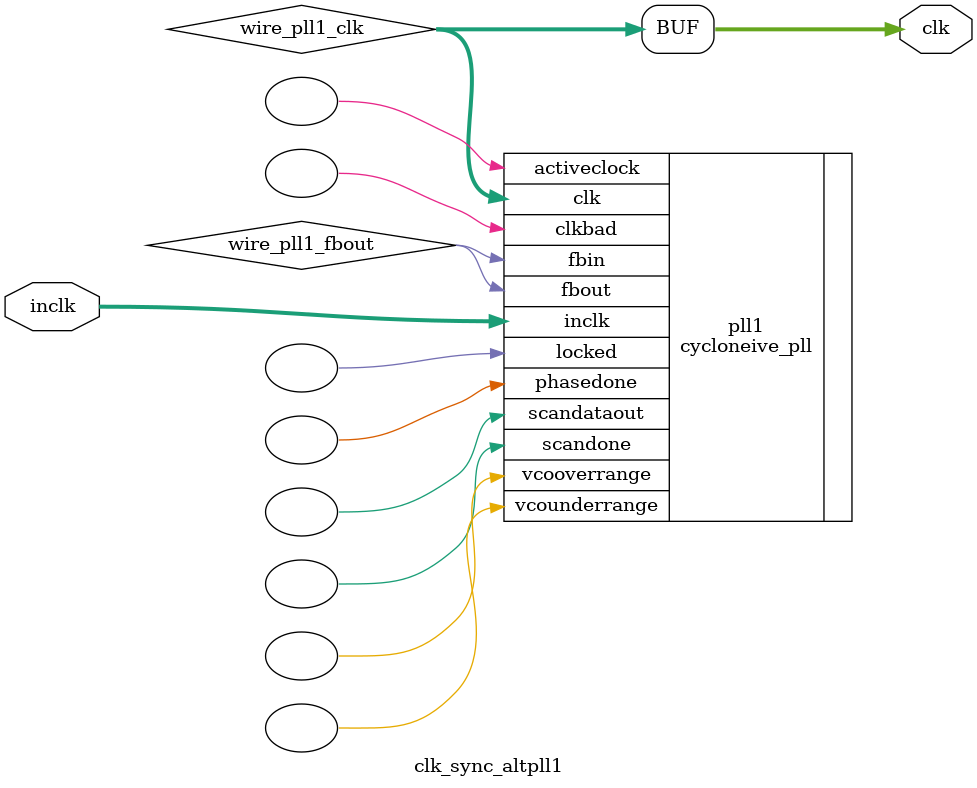
<source format=v>






//synthesis_resources = cycloneive_pll 1 
//synopsys translate_off
`timescale 1 ps / 1 ps
//synopsys translate_on
module  clk_sync_altpll1
	( 
	clk,
	inclk) /* synthesis synthesis_clearbox=1 */;
	output   [4:0]  clk;
	input   [1:0]  inclk;
`ifndef ALTERA_RESERVED_QIS
// synopsys translate_off
`endif
	tri0   [1:0]  inclk;
`ifndef ALTERA_RESERVED_QIS
// synopsys translate_on
`endif

	wire  [4:0]   wire_pll1_clk;
	wire  wire_pll1_fbout;

	cycloneive_pll   pll1
	( 
	.activeclock(),
	.clk(wire_pll1_clk),
	.clkbad(),
	.fbin(wire_pll1_fbout),
	.fbout(wire_pll1_fbout),
	.inclk(inclk),
	.locked(),
	.phasedone(),
	.scandataout(),
	.scandone(),
	.vcooverrange(),
	.vcounderrange()
	`ifndef FORMAL_VERIFICATION
	// synopsys translate_off
	`endif
	,
	.areset(1'b0),
	.clkswitch(1'b0),
	.configupdate(1'b0),
	.pfdena(1'b1),
	.phasecounterselect({3{1'b0}}),
	.phasestep(1'b0),
	.phaseupdown(1'b0),
	.scanclk(1'b0),
	.scanclkena(1'b1),
	.scandata(1'b0)
	`ifndef FORMAL_VERIFICATION
	// synopsys translate_on
	`endif
	);
	defparam
		pll1.bandwidth_type = "auto",
		pll1.clk0_divide_by = 32,
		pll1.clk0_duty_cycle = 50,
		pll1.clk0_multiply_by = 1,
		pll1.clk0_phase_shift = "0",
		pll1.clk1_divide_by = 32,
		pll1.clk1_duty_cycle = 50,
		pll1.clk1_multiply_by = 1,
		pll1.clk1_phase_shift = "0",
		pll1.clk2_divide_by = 32,
		pll1.clk2_duty_cycle = 50,
		pll1.clk2_multiply_by = 1,
		pll1.clk2_phase_shift = "0",
		pll1.clk3_divide_by = 960,
		pll1.clk3_duty_cycle = 50,
		pll1.clk3_multiply_by = 1,
		pll1.clk3_phase_shift = "0",
		pll1.compensate_clock = "clk0",
		pll1.inclk0_input_frequency = 20000,
		pll1.operation_mode = "source_synchronous",
		pll1.pll_type = "auto",
		pll1.lpm_type = "cycloneive_pll";
	assign
		clk = {wire_pll1_clk[4:0]};
endmodule //clk_sync_altpll1
//VALID FILE

</source>
